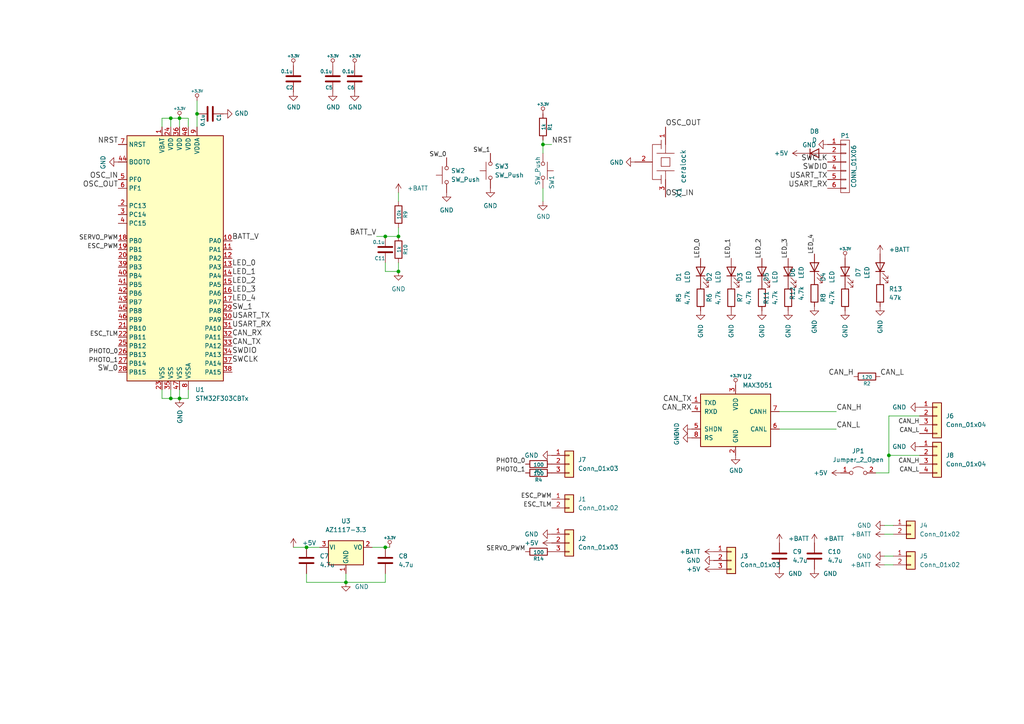
<source format=kicad_sch>
(kicad_sch (version 20211123) (generator eeschema)
  (paper "A4")
  (lib_symbols
    (symbol "Connector_Generic:Conn_01x02" (pin_names (offset 1.016) hide)
      (property "Reference" "J" (at 0 2.54 0))
      (property "Value" "Conn_01x02" (at 0 -5.08 0))
      (symbol "Conn_01x02_1_1"
        (rectangle (start -1.27 -2.413) (end 0 -2.667) (stroke (width 0.1524)))
        (rectangle (start -1.27 0.127) (end 0 -0.127) (stroke (width 0.1524)))
        (rectangle (start -1.27 1.27) (end 1.27 -3.81) (stroke (width 0.254)) (fill (type background)))
        (pin passive line (at -5.08 0 0) (length 3.81) (name "Pin_1") (number "1"))
        (pin passive line (at -5.08 -2.54 0) (length 3.81) (name "Pin_2") (number "2"))
      )
    )
    (symbol "Connector_Generic:Conn_01x03" (pin_names (offset 1.016) hide)
      (property "Reference" "J" (at 0 5.08 0))
      (property "Value" "Conn_01x03" (at 0 -5.08 0))
      (symbol "Conn_01x03_1_1"
        (rectangle (start -1.27 -2.413) (end 0 -2.667) (stroke (width 0.1524)))
        (rectangle (start -1.27 0.127) (end 0 -0.127) (stroke (width 0.1524)))
        (rectangle (start -1.27 2.667) (end 0 2.413) (stroke (width 0.1524)))
        (rectangle (start -1.27 3.81) (end 1.27 -3.81) (stroke (width 0.254)) (fill (type background)))
        (pin passive line (at -5.08 2.54 0) (length 3.81) (name "Pin_1") (number "1"))
        (pin passive line (at -5.08 0 0) (length 3.81) (name "Pin_2") (number "2"))
        (pin passive line (at -5.08 -2.54 0) (length 3.81) (name "Pin_3") (number "3"))
      )
    )
    (symbol "Connector_Generic:Conn_01x04" (pin_names (offset 1.016) hide)
      (property "Reference" "J" (at 0 5.08 0))
      (property "Value" "Conn_01x04" (at 0 -7.62 0))
      (symbol "Conn_01x04_1_1"
        (rectangle (start -1.27 -4.953) (end 0 -5.207) (stroke (width 0.1524)))
        (rectangle (start -1.27 -2.413) (end 0 -2.667) (stroke (width 0.1524)))
        (rectangle (start -1.27 0.127) (end 0 -0.127) (stroke (width 0.1524)))
        (rectangle (start -1.27 2.667) (end 0 2.413) (stroke (width 0.1524)))
        (rectangle (start -1.27 3.81) (end 1.27 -6.35) (stroke (width 0.254)) (fill (type background)))
        (pin passive line (at -5.08 2.54 0) (length 3.81) (name "Pin_1") (number "1"))
        (pin passive line (at -5.08 0 0) (length 3.81) (name "Pin_2") (number "2"))
        (pin passive line (at -5.08 -2.54 0) (length 3.81) (name "Pin_3") (number "3"))
        (pin passive line (at -5.08 -5.08 0) (length 3.81) (name "Pin_4") (number "4"))
      )
    )
    (symbol "Device:C" (pin_numbers hide) (pin_names (offset 0.254))
      (property "Reference" "C" (at 0.635 2.54 0))
      (property "Value" "C" (at 0.635 -2.54 0))
      (symbol "C_0_1"
        (polyline (pts (xy -2.032 -0.762) (xy 2.032 -0.762)) (stroke (width 0.508)))
        (polyline (pts (xy -2.032 0.762) (xy 2.032 0.762)) (stroke (width 0.508)))
      )
      (symbol "C_1_1"
        (pin passive line (at 0 3.81 270) (length 2.794) (name "~") (number "1"))
        (pin passive line (at 0 -3.81 90) (length 2.794) (name "~") (number "2"))
      )
    )
    (symbol "Device:D" (pin_numbers hide) (pin_names (offset 1.016) hide)
      (property "Reference" "D" (at 0 2.54 0))
      (property "Value" "D" (at 0 -2.54 0))
      (symbol "D_0_1"
        (polyline (pts (xy -1.27 1.27) (xy -1.27 -1.27)) (stroke (width 0.254)))
        (polyline (pts (xy 1.27 0) (xy -1.27 0)))
        (polyline (pts (xy 1.27 1.27) (xy 1.27 -1.27) (xy -1.27 0) (xy 1.27 1.27)) (stroke (width 0.254)))
      )
      (symbol "D_1_1"
        (pin passive line (at -3.81 0 0) (length 2.54) (name "K") (number "1"))
        (pin passive line (at 3.81 0 180) (length 2.54) (name "A") (number "2"))
      )
    )
    (symbol "Device:LED" (pin_numbers hide) (pin_names (offset 1.016) hide)
      (property "Reference" "D" (at 0 2.54 0))
      (property "Value" "LED" (at 0 -2.54 0))
      (symbol "LED_0_1"
        (polyline (pts (xy -1.27 -1.27) (xy -1.27 1.27)) (stroke (width 0.254)))
        (polyline (pts (xy -1.27 0) (xy 1.27 0)))
        (polyline (pts (xy 1.27 -1.27) (xy 1.27 1.27) (xy -1.27 0) (xy 1.27 -1.27)) (stroke (width 0.254)))
        (polyline (pts (xy -3.048 -0.762) (xy -4.572 -2.286) (xy -3.81 -2.286) (xy -4.572 -2.286) (xy -4.572 -1.524)))
        (polyline (pts (xy -1.778 -0.762) (xy -3.302 -2.286) (xy -2.54 -2.286) (xy -3.302 -2.286) (xy -3.302 -1.524)))
      )
      (symbol "LED_1_1"
        (pin passive line (at -3.81 0 0) (length 2.54) (name "K") (number "1"))
        (pin passive line (at 3.81 0 180) (length 2.54) (name "A") (number "2"))
      )
    )
    (symbol "Device:R" (pin_numbers hide) (pin_names (offset 0))
      (property "Reference" "R" (at 2.032 0 90))
      (property "Value" "R" (at 0 0 90))
      (symbol "R_0_1"
        (rectangle (start -1.016 -2.54) (end 1.016 2.54) (stroke (width 0.254)))
      )
      (symbol "R_1_1"
        (pin passive line (at 0 3.81 270) (length 1.27) (name "~") (number "1"))
        (pin passive line (at 0 -3.81 90) (length 1.27) (name "~") (number "2"))
      )
    )
    (symbol "Interface_UART:MAX3051" (pin_names (offset 1.016))
      (property "Reference" "U" (at -10.16 8.89 0))
      (property "Value" "MAX3051" (at 2.54 8.89 0))
      (symbol "MAX3051_0_1"
        (rectangle (start -10.16 7.62) (end 10.16 -7.62) (stroke (width 0.254)) (fill (type background)))
      )
      (symbol "MAX3051_1_1"
        (pin input line (at -12.7 5.08 0) (length 2.54) (name "TXD") (number "1"))
        (pin power_in line (at 0 -10.16 90) (length 2.54) (name "GND") (number "2"))
        (pin power_in line (at 0 10.16 270) (length 2.54) (name "VDD") (number "3"))
        (pin output line (at -12.7 2.54 0) (length 2.54) (name "RXD") (number "4"))
        (pin input line (at -12.7 -2.54 0) (length 2.54) (name "SHDN") (number "5"))
        (pin bidirectional line (at 12.7 -2.54 180) (length 2.54) (name "CANL") (number "6"))
        (pin bidirectional line (at 12.7 2.54 180) (length 2.54) (name "CANH") (number "7"))
        (pin input line (at -12.7 -5.08 0) (length 2.54) (name "RS") (number "8"))
      )
    )
    (symbol "Jumper:Jumper_2_Open" (pin_names (offset 0) hide)
      (property "Reference" "JP" (at 0 2.794 0))
      (property "Value" "Jumper_2_Open" (at 0 -2.286 0))
      (symbol "Jumper_2_Open_0_0"
        (circle (center -2.032 0) (radius 0.508))
        (circle (center 2.032 0) (radius 0.508))
      )
      (symbol "Jumper_2_Open_0_1"
        (arc (start 1.524 1.27) (mid 0 1.778) (end -1.524 1.27))
      )
      (symbol "Jumper_2_Open_1_1"
        (pin passive line (at -5.08 0 0) (length 2.54) (name "A") (number "1"))
        (pin passive line (at 5.08 0 180) (length 2.54) (name "B") (number "2"))
      )
    )
    (symbol "MCU_ST_STM32F3:STM32F303CBTx"
      (property "Reference" "U" (at -15.24 36.83 0))
      (property "Value" "STM32F303CBTx" (at 7.62 36.83 0))
      (symbol "STM32F303CBTx_0_1"
        (rectangle (start -15.24 -35.56) (end 12.7 35.56) (stroke (width 0.254)) (fill (type background)))
      )
      (symbol "STM32F303CBTx_1_1"
        (pin power_in line (at -5.08 38.1 270) (length 2.54) (name "VBAT") (number "1"))
        (pin bidirectional line (at 15.24 5.08 180) (length 2.54) (name "PA0") (number "10"))
        (pin bidirectional line (at 15.24 2.54 180) (length 2.54) (name "PA1") (number "11"))
        (pin bidirectional line (at 15.24 0 180) (length 2.54) (name "PA2") (number "12"))
        (pin bidirectional line (at 15.24 -2.54 180) (length 2.54) (name "PA3") (number "13"))
        (pin bidirectional line (at 15.24 -5.08 180) (length 2.54) (name "PA4") (number "14"))
        (pin bidirectional line (at 15.24 -7.62 180) (length 2.54) (name "PA5") (number "15"))
        (pin bidirectional line (at 15.24 -10.16 180) (length 2.54) (name "PA6") (number "16"))
        (pin bidirectional line (at 15.24 -12.7 180) (length 2.54) (name "PA7") (number "17"))
        (pin bidirectional line (at -17.78 5.08 0) (length 2.54) (name "PB0") (number "18"))
        (pin bidirectional line (at -17.78 2.54 0) (length 2.54) (name "PB1") (number "19"))
        (pin bidirectional line (at -17.78 15.24 0) (length 2.54) (name "PC13") (number "2"))
        (pin bidirectional line (at -17.78 0 0) (length 2.54) (name "PB2") (number "20"))
        (pin bidirectional line (at -17.78 -20.32 0) (length 2.54) (name "PB10") (number "21"))
        (pin bidirectional line (at -17.78 -22.86 0) (length 2.54) (name "PB11") (number "22"))
        (pin power_in line (at -5.08 -38.1 90) (length 2.54) (name "VSS") (number "23"))
        (pin power_in line (at -2.54 38.1 270) (length 2.54) (name "VDD") (number "24"))
        (pin bidirectional line (at -17.78 -25.4 0) (length 2.54) (name "PB12") (number "25"))
        (pin bidirectional line (at -17.78 -27.94 0) (length 2.54) (name "PB13") (number "26"))
        (pin bidirectional line (at -17.78 -30.48 0) (length 2.54) (name "PB14") (number "27"))
        (pin bidirectional line (at -17.78 -33.02 0) (length 2.54) (name "PB15") (number "28"))
        (pin bidirectional line (at 15.24 -15.24 180) (length 2.54) (name "PA8") (number "29"))
        (pin bidirectional line (at -17.78 12.7 0) (length 2.54) (name "PC14") (number "3"))
        (pin bidirectional line (at 15.24 -17.78 180) (length 2.54) (name "PA9") (number "30"))
        (pin bidirectional line (at 15.24 -20.32 180) (length 2.54) (name "PA10") (number "31"))
        (pin bidirectional line (at 15.24 -22.86 180) (length 2.54) (name "PA11") (number "32"))
        (pin bidirectional line (at 15.24 -25.4 180) (length 2.54) (name "PA12") (number "33"))
        (pin bidirectional line (at 15.24 -27.94 180) (length 2.54) (name "PA13") (number "34"))
        (pin power_in line (at -2.54 -38.1 90) (length 2.54) (name "VSS") (number "35"))
        (pin power_in line (at 0 38.1 270) (length 2.54) (name "VDD") (number "36"))
        (pin bidirectional line (at 15.24 -30.48 180) (length 2.54) (name "PA14") (number "37"))
        (pin bidirectional line (at 15.24 -33.02 180) (length 2.54) (name "PA15") (number "38"))
        (pin bidirectional line (at -17.78 -2.54 0) (length 2.54) (name "PB3") (number "39"))
        (pin bidirectional line (at -17.78 10.16 0) (length 2.54) (name "PC15") (number "4"))
        (pin bidirectional line (at -17.78 -5.08 0) (length 2.54) (name "PB4") (number "40"))
        (pin bidirectional line (at -17.78 -7.62 0) (length 2.54) (name "PB5") (number "41"))
        (pin bidirectional line (at -17.78 -10.16 0) (length 2.54) (name "PB6") (number "42"))
        (pin bidirectional line (at -17.78 -12.7 0) (length 2.54) (name "PB7") (number "43"))
        (pin input line (at -17.78 27.94 0) (length 2.54) (name "BOOT0") (number "44"))
        (pin bidirectional line (at -17.78 -15.24 0) (length 2.54) (name "PB8") (number "45"))
        (pin bidirectional line (at -17.78 -17.78 0) (length 2.54) (name "PB9") (number "46"))
        (pin power_in line (at 0 -38.1 90) (length 2.54) (name "VSS") (number "47"))
        (pin power_in line (at 2.54 38.1 270) (length 2.54) (name "VDD") (number "48"))
        (pin input line (at -17.78 22.86 0) (length 2.54) (name "PF0") (number "5"))
        (pin input line (at -17.78 20.32 0) (length 2.54) (name "PF1") (number "6"))
        (pin input line (at -17.78 33.02 0) (length 2.54) (name "NRST") (number "7"))
        (pin power_in line (at 2.54 -38.1 90) (length 2.54) (name "VSSA") (number "8"))
        (pin power_in line (at 5.08 38.1 270) (length 2.54) (name "VDDA") (number "9"))
      )
    )
    (symbol "Regulator_Linear:AZ1117-3.3" (pin_names (offset 0.254))
      (property "Reference" "U" (at -3.81 3.175 0))
      (property "Value" "AZ1117-3.3" (at 0 3.175 0))
      (symbol "AZ1117-3.3_0_1"
        (rectangle (start -5.08 1.905) (end 5.08 -5.08) (stroke (width 0.254)) (fill (type background)))
      )
      (symbol "AZ1117-3.3_1_1"
        (pin power_in line (at 0 -7.62 90) (length 2.54) (name "GND") (number "1"))
        (pin power_out line (at 7.62 0 180) (length 2.54) (name "VO") (number "2"))
        (pin power_in line (at -7.62 0 0) (length 2.54) (name "VI") (number "3"))
      )
    )
    (symbol "SSL_BST_ver1.3-rescue:+3.3V" (power) (pin_names (offset 0))
      (property "Value" "+3.3V" (at 0 2.794 0))
      (symbol "+3.3V_0_0"
        (pin power_in line (at 0 0 90) (length 0) hide (name "+3.3V") (number "1"))
      )
      (symbol "+3.3V_0_1"
        (polyline (pts (xy 0 0) (xy 0 1.016) (xy 0 1.016)))
        (circle (center 0 1.524) (radius 0.508))
      )
    )
    (symbol "SSL_BST_ver1.3-rescue:C" (pin_numbers hide) (pin_names (offset 0.254))
      (property "Reference" "C" (at 0.635 2.54 0))
      (property "Value" "C" (at 0.635 -2.54 0))
      (symbol "C_0_1"
        (polyline (pts (xy -2.032 -0.762) (xy 2.032 -0.762)) (stroke (width 0.508)))
        (polyline (pts (xy -2.032 0.762) (xy 2.032 0.762)) (stroke (width 0.508)))
      )
      (symbol "C_1_1"
        (pin passive line (at 0 3.81 270) (length 2.794) (name "~") (number "1"))
        (pin passive line (at 0 -3.81 90) (length 2.794) (name "~") (number "2"))
      )
    )
    (symbol "SSL_BST_ver1.3-rescue:CONN_01X06" (pin_names (offset 1.016) hide)
      (property "Reference" "P" (at 0 8.89 0))
      (property "Value" "CONN_01X06" (at 2.54 0 90))
      (symbol "CONN_01X06_0_1"
        (rectangle (start -1.27 -6.223) (end 0.254 -6.477))
        (rectangle (start -1.27 -3.683) (end 0.254 -3.937))
        (rectangle (start -1.27 -1.143) (end 0.254 -1.397))
        (rectangle (start -1.27 1.397) (end 0.254 1.143))
        (rectangle (start -1.27 3.937) (end 0.254 3.683))
        (rectangle (start -1.27 6.477) (end 0.254 6.223))
        (rectangle (start -1.27 7.62) (end 1.27 -7.62))
      )
      (symbol "CONN_01X06_1_1"
        (pin passive line (at -5.08 6.35 0) (length 3.81) (name "P1") (number "1"))
        (pin passive line (at -5.08 3.81 0) (length 3.81) (name "P2") (number "2"))
        (pin passive line (at -5.08 1.27 0) (length 3.81) (name "P3") (number "3"))
        (pin passive line (at -5.08 -1.27 0) (length 3.81) (name "P4") (number "4"))
        (pin passive line (at -5.08 -3.81 0) (length 3.81) (name "P5") (number "5"))
        (pin passive line (at -5.08 -6.35 0) (length 3.81) (name "P6") (number "6"))
      )
    )
    (symbol "SSL_BST_ver1.3-rescue:R" (pin_numbers hide) (pin_names (offset 0))
      (property "Reference" "R" (at 2.032 0 90))
      (property "Value" "R" (at 0 0 90))
      (symbol "R_0_1"
        (rectangle (start -1.016 -2.54) (end 1.016 2.54) (stroke (width 0.254)))
      )
      (symbol "R_1_1"
        (pin passive line (at 0 3.81 270) (length 1.27) (name "~") (number "1"))
        (pin passive line (at 0 -3.81 90) (length 1.27) (name "~") (number "2"))
      )
    )
    (symbol "SSL_BST_ver1.3-rescue:SW_Push" (pin_numbers hide) (pin_names (offset 1.016) hide)
      (property "Reference" "SW" (at 1.27 2.54 0))
      (property "Value" "SW_Push" (at 0 -1.524 0))
      (symbol "SW_Push_0_1"
        (circle (center -2.032 0) (radius 0.508))
        (polyline (pts (xy 0 1.27) (xy 0 3.048)))
        (polyline (pts (xy 2.54 1.27) (xy -2.54 1.27)))
        (circle (center 2.032 0) (radius 0.508))
        (pin passive line (at -5.08 0 0) (length 2.54) (name "1") (number "1"))
        (pin passive line (at 5.08 0 180) (length 2.54) (name "2") (number "2"))
      )
    )
    (symbol "SSL_BST_ver1.3-rescue:ceralock" (pin_names (offset 1.016))
      (property "Reference" "X" (at 8.89 3.81 0))
      (property "Value" "ceralock" (at 1.27 5.08 0))
      (symbol "ceralock_0_1"
        (rectangle (start -1.27 1.27) (end 1.27 -1.27))
        (polyline (pts (xy -6.35 -1.27) (xy -3.81 -1.27)))
        (polyline (pts (xy -5.08 0) (xy -2.54 0)))
        (polyline (pts (xy -2.54 2.54) (xy -2.54 -2.54)))
        (polyline (pts (xy 2.54 2.54) (xy 2.54 -2.54)))
        (polyline (pts (xy 3.81 -1.27) (xy 6.35 -1.27)))
        (polyline (pts (xy 5.08 0) (xy 2.54 0)))
        (polyline (pts (xy -5.08 -1.27) (xy -5.08 -3.81) (xy 5.08 -3.81) (xy 5.08 -1.27)))
      )
      (symbol "ceralock_1_1"
        (pin input line (at -10.16 0 0) (length 5.08) (name "~") (number "1"))
        (pin input line (at 0 -8.89 90) (length 5.08) (name "~") (number "2"))
        (pin input line (at 10.16 0 180) (length 5.08) (name "~") (number "3"))
      )
    )
    (symbol "SSL_BST_ver1.3_rev2-rescue:GND-power" (power) (pin_names (offset 0))
      (property "Value" "GND-power" (at 0 -3.81 0))
      (symbol "GND-power_0_1"
        (polyline (pts (xy 0 0) (xy 0 -1.27) (xy 1.27 -1.27) (xy 0 -2.54) (xy -1.27 -1.27) (xy 0 -1.27)))
      )
      (symbol "GND-power_1_1"
        (pin power_in line (at 0 0 270) (length 0) hide (name "GND") (number "1"))
      )
    )
    (symbol "Switch:SW_Push" (pin_numbers hide) (pin_names (offset 1.016) hide)
      (property "Reference" "SW" (at 1.27 2.54 0))
      (property "Value" "SW_Push" (at 0 -1.524 0))
      (symbol "SW_Push_0_1"
        (circle (center -2.032 0) (radius 0.508))
        (polyline (pts (xy 0 1.27) (xy 0 3.048)))
        (polyline (pts (xy 2.54 1.27) (xy -2.54 1.27)))
        (circle (center 2.032 0) (radius 0.508))
        (pin passive line (at -5.08 0 0) (length 2.54) (name "1") (number "1"))
        (pin passive line (at 5.08 0 180) (length 2.54) (name "2") (number "2"))
      )
    )
    (symbol "power:+5V" (power) (pin_names (offset 0))
      (property "Value" "+5V" (at 0 3.556 0))
      (symbol "+5V_0_1"
        (polyline (pts (xy -0.762 1.27) (xy 0 2.54)))
        (polyline (pts (xy 0 0) (xy 0 2.54)))
        (polyline (pts (xy 0 2.54) (xy 0.762 1.27)))
      )
      (symbol "+5V_1_1"
        (pin power_in line (at 0 0 90) (length 0) hide (name "+5V") (number "1"))
      )
    )
    (symbol "power:+BATT" (power) (pin_names (offset 0))
      (property "Value" "+BATT" (at 0 3.556 0))
      (symbol "+BATT_0_1"
        (polyline (pts (xy -0.762 1.27) (xy 0 2.54)))
        (polyline (pts (xy 0 0) (xy 0 2.54)))
        (polyline (pts (xy 0 2.54) (xy 0.762 1.27)))
      )
      (symbol "+BATT_1_1"
        (pin power_in line (at 0 0 90) (length 0) hide (name "+BATT") (number "1"))
      )
    )
    (symbol "power:GND" (power) (pin_names (offset 0))
      (property "Value" "GND" (at 0 -3.81 0))
      (symbol "GND_0_1"
        (polyline (pts (xy 0 0) (xy 0 -1.27) (xy 1.27 -1.27) (xy 0 -2.54) (xy -1.27 -1.27) (xy 0 -1.27)))
      )
      (symbol "GND_1_1"
        (pin power_in line (at 0 0 270) (length 0) hide (name "GND") (number "1"))
      )
    )
  )
  (junction (at 88.9 158.75))
  (junction (at 257.81 132.08))
  (junction (at 52.07 115.57))
  (junction (at 100.33 168.91))
  (junction (at 52.07 34.29))
  (junction (at 115.57 78.74))
  (junction (at 111.76 158.75))
  (junction (at 115.57 68.58))
  (junction (at 49.53 115.57))
  (junction (at 49.53 34.29))
  (junction (at 57.15 33.02))
  (junction (at 157.48 41.91))
  (junction (at 111.76 68.58))
  (wire (pts (xy 52.07 115.57) (xy 54.61 115.57)))
  (wire (pts (xy 54.61 36.83) (xy 54.61 34.29)))
  (wire (pts (xy 111.76 168.91) (xy 111.76 166.37)))
  (wire (pts (xy 111.76 76.2) (xy 111.76 78.74)))
  (wire (pts (xy 266.7 120.65) (xy 257.81 120.65)))
  (wire (pts (xy 88.9 168.91) (xy 100.33 168.91)))
  (wire (pts (xy 49.53 34.29) (xy 46.99 34.29)))
  (wire (pts (xy 49.53 34.29) (xy 49.53 36.83)))
  (wire (pts (xy 256.54 154.94) (xy 259.08 154.94)))
  (wire (pts (xy 54.61 115.57) (xy 54.61 113.03)))
  (wire (pts (xy 257.81 120.65) (xy 257.81 132.08)))
  (wire (pts (xy 115.57 66.04) (xy 115.57 68.58)))
  (wire (pts (xy 54.61 34.29) (xy 52.07 34.29)))
  (wire (pts (xy 107.95 158.75) (xy 111.76 158.75)))
  (wire (pts (xy 111.76 158.75) (xy 113.03 158.75)))
  (wire (pts (xy 100.33 166.37) (xy 100.33 168.91)))
  (wire (pts (xy 85.09 158.75) (xy 88.9 158.75)))
  (wire (pts (xy 157.48 54.61) (xy 157.48 58.42)))
  (wire (pts (xy 49.53 113.03) (xy 49.53 115.57)))
  (wire (pts (xy 46.99 34.29) (xy 46.99 36.83)))
  (wire (pts (xy 52.07 34.29) (xy 52.07 36.83)))
  (wire (pts (xy 49.53 115.57) (xy 52.07 115.57)))
  (wire (pts (xy 256.54 161.29) (xy 259.08 161.29)))
  (wire (pts (xy 256.54 152.4) (xy 259.08 152.4)))
  (wire (pts (xy 257.81 137.16) (xy 257.81 132.08)))
  (wire (pts (xy 115.57 55.88) (xy 115.57 58.42)))
  (wire (pts (xy 157.48 41.91) (xy 160.02 41.91)))
  (wire (pts (xy 57.15 33.02) (xy 57.15 36.83)))
  (wire (pts (xy 111.76 68.58) (xy 115.57 68.58)))
  (wire (pts (xy 57.15 29.21) (xy 57.15 33.02)))
  (wire (pts (xy 111.76 78.74) (xy 115.57 78.74)))
  (wire (pts (xy 157.48 41.91) (xy 157.48 44.45)))
  (wire (pts (xy 52.07 34.29) (xy 49.53 34.29)))
  (wire (pts (xy 88.9 166.37) (xy 88.9 168.91)))
  (wire (pts (xy 226.06 119.38) (xy 242.57 119.38)))
  (wire (pts (xy 46.99 115.57) (xy 49.53 115.57)))
  (wire (pts (xy 100.33 168.91) (xy 111.76 168.91)))
  (wire (pts (xy 226.06 124.46) (xy 242.57 124.46)))
  (wire (pts (xy 115.57 78.74) (xy 115.57 76.2)))
  (wire (pts (xy 46.99 113.03) (xy 46.99 115.57)))
  (wire (pts (xy 109.22 68.58) (xy 111.76 68.58)))
  (wire (pts (xy 88.9 158.75) (xy 92.71 158.75)))
  (wire (pts (xy 256.54 163.83) (xy 259.08 163.83)))
  (wire (pts (xy 254 137.16) (xy 257.81 137.16)))
  (wire (pts (xy 157.48 40.64) (xy 157.48 41.91)))
  (wire (pts (xy 257.81 132.08) (xy 266.7 132.08)))
  (wire (pts (xy 52.07 113.03) (xy 52.07 115.57)))
  (label "SW_0" (at 129.54 45.72 180))
  (label "OSC_OUT" (at 34.29 54.61 180) (effects (font (size 1.524 1.524))))
  (label "SERVO_PWM" (at 152.4 160.02 180))
  (label "NRST" (at 160.02 41.91 0) (effects (font (size 1.524 1.524))))
  (label "NRST" (at 34.29 41.91 180) (effects (font (size 1.524 1.524))))
  (label "CAN_TX" (at 200.66 116.84 180) (effects (font (size 1.524 1.524))))
  (label "OSC_IN" (at 193.04 57.15 0) (effects (font (size 1.524 1.524))))
  (label "USART_TX" (at 67.31 92.71 0) (effects (font (size 1.524 1.524))))
  (label "PHOTO_0" (at 152.4 134.62 180))
  (label "LED_2" (at 220.98 74.93 90))
  (label "SWDIO" (at 67.31 102.87 0) (effects (font (size 1.524 1.524))))
  (label "CAN_L" (at 255.27 109.22 0) (effects (font (size 1.524 1.524))))
  (label "SWCLK" (at 67.31 105.41 0) (effects (font (size 1.524 1.524))))
  (label "BATT_V" (at 67.31 69.85 0) (effects (font (size 1.524 1.524))))
  (label "CAN_L" (at 242.57 124.46 0) (effects (font (size 1.524 1.524))))
  (label "PHOTO_1" (at 152.4 137.16 180))
  (label "SERVO_PWM" (at 34.29 69.85 180))
  (label "PHOTO_0" (at 34.29 102.87 180))
  (label "CAN_H" (at 266.7 123.19 180))
  (label "LED_1" (at 212.09 74.93 90))
  (label "CAN_RX" (at 200.66 119.38 180) (effects (font (size 1.524 1.524))))
  (label "ESC_TLM" (at 34.29 97.79 180))
  (label "SWCLK" (at 240.03 46.99 180) (effects (font (size 1.524 1.524))))
  (label "SW_0" (at 34.29 107.95 180) (effects (font (size 1.524 1.524))))
  (label "LED_3" (at 67.31 85.09 0) (effects (font (size 1.524 1.524))))
  (label "USART_RX" (at 67.31 95.25 0) (effects (font (size 1.524 1.524))))
  (label "CAN_RX" (at 67.31 97.79 0) (effects (font (size 1.524 1.524))))
  (label "LED_1" (at 67.31 80.01 0) (effects (font (size 1.524 1.524))))
  (label "USART_TX" (at 240.03 52.07 180) (effects (font (size 1.524 1.524))))
  (label "USART_RX" (at 240.03 54.61 180) (effects (font (size 1.524 1.524))))
  (label "BATT_V" (at 109.22 68.58 180) (effects (font (size 1.524 1.524))))
  (label "PHOTO_1" (at 34.29 105.41 180))
  (label "CAN_H" (at 247.65 109.22 180) (effects (font (size 1.524 1.524))))
  (label "CAN_L" (at 266.7 137.16 180))
  (label "CAN_L" (at 266.7 125.73 180))
  (label "OSC_OUT" (at 193.04 36.83 0) (effects (font (size 1.524 1.524))))
  (label "LED_0" (at 203.2 74.93 90))
  (label "LED_4" (at 67.31 87.63 0) (effects (font (size 1.524 1.524))))
  (label "LED_4" (at 236.22 73.66 90))
  (label "CAN_H" (at 266.7 134.62 180))
  (label "CAN_TX" (at 67.31 100.33 0) (effects (font (size 1.524 1.524))))
  (label "SW_1" (at 67.31 90.17 0) (effects (font (size 1.524 1.524))))
  (label "LED_3" (at 228.6 74.93 90))
  (label "LED_0" (at 67.31 77.47 0) (effects (font (size 1.524 1.524))))
  (label "ESC_TLM" (at 160.02 147.32 180))
  (label "SWDIO" (at 240.03 49.53 180) (effects (font (size 1.524 1.524))))
  (label "OSC_IN" (at 34.29 52.07 180) (effects (font (size 1.524 1.524))))
  (label "ESC_PWM" (at 34.29 72.39 180))
  (label "LED_2" (at 67.31 82.55 0) (effects (font (size 1.524 1.524))))
  (label "ESC_PWM" (at 160.02 144.78 180))
  (label "SW_1" (at 142.24 44.45 180))
  (label "CAN_H" (at 242.57 119.38 0) (effects (font (size 1.524 1.524))))
  (symbol (lib_id "power:+BATT") (at 226.06 157.48 0) (unit 1)
    (property "Reference" "#PWR044" (effects hide))
    (property "Value" "+BATT" (at 228.6 156.2099 0) (effects (justify left)))
  )
  (symbol (lib_id "power:GND") (at 142.24 54.61 0) (unit 1)
    (property "Reference" "#PWR038" (effects hide))
    (property "Value" "GND" (at 142.24 59.69 0))
  )
  (symbol (lib_id "SSL_BST_ver1.3-rescue:ceralock") (at 193.04 46.99 270) (unit 1)
    (property "Reference" "X1" (at 196.85 55.88 0) (effects (font (size 1.524 1.524))))
    (property "Value" "ceralock" (at 198.12 48.26 0) (effects (font (size 1.524 1.524))))
    (property "Footprint" "Crystal:Resonator_SMD_Murata_CSTxExxV-3Pin_3.0x1.1mm" (effects hide))
  )
  (symbol (lib_id "SSL_BST_ver1.3_rev2-rescue:GND-power") (at 85.09 26.67 0) (unit 1)
    (property "Reference" "#PWR014" (effects hide))
    (property "Value" "GND" (at 85.217 31.0642 0))
  )
  (symbol (lib_id "power:GND") (at 207.01 162.56 270) (unit 1)
    (property "Reference" "#PWR011" (effects hide))
    (property "Value" "GND" (at 203.2 162.5599 90) (effects (justify right)))
  )
  (symbol (lib_id "Device:R") (at 212.09 86.36 180) (unit 1)
    (property "Reference" "R6" (at 205.74 86.36 90))
    (property "Value" "4.7k" (at 208.28 86.36 90))
    (property "Footprint" "Resistor_SMD:R_0603_1608Metric" (effects hide))
  )
  (symbol (lib_id "Device:R") (at 245.11 86.36 180) (unit 1)
    (property "Reference" "R8" (at 238.76 86.36 90))
    (property "Value" "4.7k" (at 241.3 86.36 90))
    (property "Footprint" "Resistor_SMD:R_0603_1608Metric" (effects hide))
  )
  (symbol (lib_id "SSL_BST_ver1.3-rescue:+3.3V") (at 52.07 34.29 0) (unit 1)
    (property "Reference" "#PWR02" (effects hide))
    (property "Value" "+3.3V" (at 52.07 31.496 0) (effects (font (size 0.762 0.762))))
  )
  (symbol (lib_id "power:GND") (at 160.02 132.08 270) (unit 1)
    (property "Reference" "#PWR033" (effects hide))
    (property "Value" "GND" (at 156.21 132.0799 90) (effects (justify right)))
  )
  (symbol (lib_id "power:GND") (at 212.09 90.17 0) (unit 1)
    (property "Reference" "#PWR040" (effects hide))
    (property "Value" "GND" (at 212.0899 93.98 90) (effects (justify right)))
  )
  (symbol (lib_id "SSL_BST_ver1.3-rescue:CONN_01X06") (at 245.11 48.26 0) (unit 1)
    (property "Reference" "P1" (at 245.11 39.37 0))
    (property "Value" "CONN_01X06" (at 247.65 48.26 90))
    (property "Footprint" "user:ZH_B6B-ZR" (effects hide))
  )
  (symbol (lib_id "SSL_BST_ver1.3-rescue:+3.3V") (at 245.11 74.93 0) (unit 1)
    (property "Reference" "#PWR0101" (effects hide))
    (property "Value" "+3.3V" (at 245.11 72.136 0) (effects (font (size 0.762 0.762))))
  )
  (symbol (lib_id "SSL_BST_ver1.3-rescue:R") (at 157.48 36.83 0) (unit 1)
    (property "Reference" "R1" (at 159.512 36.83 90) (effects (font (size 1.016 1.016))))
    (property "Value" "1k" (at 157.6578 36.8046 90) (effects (font (size 1.016 1.016))))
    (property "Footprint" "Resistor_SMD:R_0603_1608Metric" (effects hide))
  )
  (symbol (lib_id "SSL_BST_ver1.3-rescue:C") (at 60.96 33.02 270) (unit 1)
    (property "Reference" "C1" (at 63.5 33.02 0) (effects (font (size 1.016 1.016)) (justify left)))
    (property "Value" "0.1u" (at 58.801 33.1724 0) (effects (font (size 1.016 1.016)) (justify left)))
    (property "Footprint" "Capacitor_SMD:C_0603_1608Metric" (effects hide))
  )
  (symbol (lib_id "power:GND") (at 226.06 165.1 0) (unit 1)
    (property "Reference" "#PWR045" (effects hide))
    (property "Value" "GND" (at 228.6 166.3699 0) (effects (justify left)))
  )
  (symbol (lib_id "Switch:SW_Push") (at 142.24 49.53 90) (unit 1)
    (property "Reference" "SW3" (at 143.51 48.2599 90) (effects (justify right)))
    (property "Value" "SW_Push" (at 143.51 50.7999 90) (effects (justify right)))
    (property "Footprint" "Button_Switch_SMD:SW_Push_1P1T_NO_CK_KMR2" (effects hide))
  )
  (symbol (lib_id "Jumper:Jumper_2_Open") (at 248.92 137.16 0) (unit 1)
    (property "Reference" "JP1" (at 248.92 130.81 0))
    (property "Value" "Jumper_2_Open" (at 248.92 133.35 0))
    (property "Footprint" "Jumper:SolderJumper-2_P1.3mm_Open_RoundedPad1.0x1.5mm" (effects hide))
  )
  (symbol (lib_id "power:GND") (at 236.22 165.1 0) (unit 1)
    (property "Reference" "#PWR047" (effects hide))
    (property "Value" "GND" (at 238.76 166.3699 0) (effects (justify left)))
  )
  (symbol (lib_id "SSL_BST_ver1.3_rev2-rescue:GND-power") (at 52.07 115.57 0) (unit 1)
    (property "Reference" "#PWR03" (effects hide))
    (property "Value" "GND" (at 52.197 118.8212 90) (effects (justify right)))
  )
  (symbol (lib_id "power:+BATT") (at 256.54 154.94 90) (unit 1)
    (property "Reference" "#PWR029" (effects hide))
    (property "Value" "+BATT" (at 252.73 154.9399 90) (effects (justify left)))
  )
  (symbol (lib_id "SSL_BST_ver1.3-rescue:+3.3V") (at 102.87 19.05 0) (unit 1)
    (property "Reference" "#PWR022" (effects hide))
    (property "Value" "+3.3V" (at 102.87 16.256 0) (effects (font (size 0.762 0.762))))
  )
  (symbol (lib_id "SSL_BST_ver1.3-rescue:+3.3V") (at 57.15 29.21 0) (unit 1)
    (property "Reference" "#PWR04" (effects hide))
    (property "Value" "+3.3V" (at 57.15 26.416 0) (effects (font (size 0.762 0.762))))
  )
  (symbol (lib_id "power:+BATT") (at 115.57 55.88 0) (unit 1)
    (property "Reference" "#PWR052" (effects hide))
    (property "Value" "+BATT" (at 118.11 54.6099 0) (effects (justify left)))
  )
  (symbol (lib_id "Device:LED") (at 203.2 78.74 90) (unit 1)
    (property "Reference" "D1" (at 196.85 80.3275 0))
    (property "Value" "LED" (at 199.39 80.3275 0))
    (property "Footprint" "LED_SMD:LED_0603_1608Metric" (effects hide))
  )
  (symbol (lib_id "power:GND") (at 255.27 88.9 0) (unit 1)
    (property "Reference" "#PWR057" (effects hide))
    (property "Value" "GND" (at 255.2699 92.71 90) (effects (justify right)))
  )
  (symbol (lib_id "Connector_Generic:Conn_01x03") (at 212.09 162.56 0) (unit 1)
    (property "Reference" "J3" (at 214.63 161.2899 0) (effects (justify left)))
    (property "Value" "Conn_01x03" (at 214.63 163.8299 0) (effects (justify left)))
    (property "Footprint" "Connector_PinHeader_2.54mm:PinHeader_1x03_P2.54mm_Horizontal" (effects hide))
  )
  (symbol (lib_id "SSL_BST_ver1.3-rescue:+3.3V") (at 157.48 33.02 0) (unit 1)
    (property "Reference" "#PWR06" (effects hide))
    (property "Value" "+3.3V" (at 157.48 30.226 0) (effects (font (size 0.762 0.762))))
  )
  (symbol (lib_id "SSL_BST_ver1.3_rev2-rescue:GND-power") (at 157.48 58.42 0) (unit 1)
    (property "Reference" "#PWR07" (effects hide))
    (property "Value" "GND" (at 157.607 62.8142 0))
  )
  (symbol (lib_id "SSL_BST_ver1.3-rescue:C") (at 85.09 22.86 180) (unit 1)
    (property "Reference" "C2" (at 85.09 25.4 0) (effects (font (size 1.016 1.016)) (justify left)))
    (property "Value" "0.1u" (at 84.9376 20.701 0) (effects (font (size 1.016 1.016)) (justify left)))
    (property "Footprint" "Capacitor_SMD:C_0603_1608Metric" (effects hide))
  )
  (symbol (lib_id "power:GND") (at 266.7 129.54 270) (unit 1)
    (property "Reference" "#PWR050" (effects hide))
    (property "Value" "GND" (at 262.89 129.5399 90) (effects (justify right)))
  )
  (symbol (lib_id "Connector_Generic:Conn_01x03") (at 165.1 157.48 0) (unit 1)
    (property "Reference" "J2" (at 167.64 156.2099 0) (effects (justify left)))
    (property "Value" "Conn_01x03" (at 167.64 158.7499 0) (effects (justify left)))
    (property "Footprint" "Connector_JST:JST_PH_B3B-PH-K_1x03_P2.00mm_Vertical" (effects hide))
  )
  (symbol (lib_id "SSL_BST_ver1.3_rev2-rescue:GND-power") (at 64.77 33.02 90) (unit 1)
    (property "Reference" "#PWR05" (effects hide))
    (property "Value" "GND" (at 68.0212 32.893 90) (effects (justify right)))
  )
  (symbol (lib_id "power:GND") (at 129.54 55.88 0) (unit 1)
    (property "Reference" "#PWR037" (effects hide))
    (property "Value" "GND" (at 129.54 60.96 0))
  )
  (symbol (lib_id "Device:C") (at 226.06 161.29 0) (unit 1)
    (property "Reference" "C9" (at 229.87 160.0199 0) (effects (justify left)))
    (property "Value" "4.7u" (at 229.87 162.5599 0) (effects (justify left)))
    (property "Footprint" "Capacitor_SMD:C_1206_3216Metric" (effects hide))
  )
  (symbol (lib_id "Device:C") (at 111.76 162.56 0) (unit 1)
    (property "Reference" "C8" (at 115.57 161.2899 0) (effects (justify left)))
    (property "Value" "4.7u" (at 115.57 163.8299 0) (effects (justify left)))
    (property "Footprint" "Capacitor_SMD:C_1206_3216Metric" (effects hide))
  )
  (symbol (lib_id "Connector_Generic:Conn_01x02") (at 264.16 161.29 0) (unit 1)
    (property "Reference" "J5" (at 266.7 161.2899 0) (effects (justify left)))
    (property "Value" "Conn_01x02" (at 266.7 163.8299 0) (effects (justify left)))
    (property "Footprint" "Connector_AMASS:AMASS_XT30PW-F_1x02_P2.50mm_Horizontal" (effects hide))
  )
  (symbol (lib_id "power:GND") (at 236.22 88.9 0) (unit 1)
    (property "Reference" "#PWR055" (effects hide))
    (property "Value" "GND" (at 236.2199 92.71 90) (effects (justify right)))
  )
  (symbol (lib_id "Connector_Generic:Conn_01x03") (at 165.1 134.62 0) (unit 1)
    (property "Reference" "J7" (at 167.64 133.3499 0) (effects (justify left)))
    (property "Value" "Conn_01x03" (at 167.64 135.8899 0) (effects (justify left)))
    (property "Footprint" "Connector_Hirose:Hirose_DF13-03P-1.25DSA_1x03_P1.25mm_Vertical" (effects hide))
  )
  (symbol (lib_id "Connector_Generic:Conn_01x02") (at 264.16 152.4 0) (unit 1)
    (property "Reference" "J4" (at 266.7 152.3999 0) (effects (justify left)))
    (property "Value" "Conn_01x02" (at 266.7 154.9399 0) (effects (justify left)))
    (property "Footprint" "Connector_AMASS:AMASS_XT30PW-M_1x02_P2.50mm_Horizontal" (effects hide))
  )
  (symbol (lib_id "Device:LED") (at 220.98 78.74 90) (unit 1)
    (property "Reference" "D3" (at 214.63 80.3275 0))
    (property "Value" "LED" (at 217.17 80.3275 0))
    (property "Footprint" "LED_SMD:LED_0603_1608Metric" (effects hide))
  )
  (symbol (lib_id "Device:C") (at 88.9 162.56 0) (unit 1)
    (property "Reference" "C7" (at 92.71 161.2899 0) (effects (justify left)))
    (property "Value" "4.7u" (at 92.71 163.8299 0) (effects (justify left)))
    (property "Footprint" "Capacitor_SMD:C_1206_3216Metric" (effects hide))
  )
  (symbol (lib_id "MCU_ST_STM32F3:STM32F303CBTx") (at 52.07 74.93 0) (unit 1)
    (property "Reference" "U1" (at 56.6294 113.03 0) (effects (justify left)))
    (property "Value" "STM32F303CBTx" (at 56.6294 115.57 0) (effects (justify left)))
    (property "Footprint" "Package_QFP:LQFP-48_7x7mm_P0.5mm" (effects hide))
    (property "Datasheet" "http://www.st.com/st-web-ui/static/active/en/resource/technical/document/datasheet/DM00058181.pdf" (effects hide))
  )
  (symbol (lib_id "Device:LED") (at 245.11 78.74 90) (unit 1)
    (property "Reference" "D4" (at 238.76 80.3275 0))
    (property "Value" "LED" (at 241.3 80.3275 0))
    (property "Footprint" "LED_SMD:LED_0603_1608Metric" (effects hide))
  )
  (symbol (lib_id "SSL_BST_ver1.3_rev2-rescue:GND-power") (at 34.29 46.99 270) (unit 1)
    (property "Reference" "#PWR01" (effects hide))
    (property "Value" "GND" (at 29.8958 47.117 0))
  )
  (symbol (lib_id "SSL_BST_ver1.3-rescue:R") (at 251.46 109.22 270) (unit 1)
    (property "Reference" "R2" (at 251.46 111.252 90) (effects (font (size 1.016 1.016))))
    (property "Value" "120" (at 251.4854 109.3978 90) (effects (font (size 1.016 1.016))))
    (property "Footprint" "Resistor_SMD:R_0603_1608Metric" (effects hide))
  )
  (symbol (lib_id "power:GND") (at 100.33 168.91 0) (unit 1)
    (property "Reference" "#PWR035" (effects hide))
    (property "Value" "GND" (at 102.87 170.1799 0) (effects (justify left)))
  )
  (symbol (lib_id "power:+5V") (at 85.09 158.75 0) (unit 1)
    (property "Reference" "#PWR034" (effects hide))
    (property "Value" "+5V" (at 87.63 157.4799 0) (effects (justify left)))
  )
  (symbol (lib_id "SSL_BST_ver1.3_rev2-rescue:GND-power") (at 200.66 127 270) (unit 1)
    (property "Reference" "#PWR025" (effects hide))
    (property "Value" "GND" (at 196.2658 127.127 0))
  )
  (symbol (lib_id "Device:R") (at 255.27 85.09 180) (unit 1)
    (property "Reference" "R13" (at 257.81 83.8199 0) (effects (justify right)))
    (property "Value" "47k" (at 257.81 86.3599 0) (effects (justify right)))
    (property "Footprint" "Resistor_SMD:R_0603_1608Metric" (effects hide))
  )
  (symbol (lib_id "power:+BATT") (at 236.22 157.48 0) (unit 1)
    (property "Reference" "#PWR046" (effects hide))
    (property "Value" "+BATT" (at 238.76 156.2099 0) (effects (justify left)))
  )
  (symbol (lib_id "SSL_BST_ver1.3_rev2-rescue:GND-power") (at 200.66 124.46 270) (unit 1)
    (property "Reference" "#PWR024" (effects hide))
    (property "Value" "GND" (at 196.2658 124.587 0))
  )
  (symbol (lib_id "SSL_BST_ver1.3-rescue:R") (at 156.21 134.62 270) (unit 1)
    (property "Reference" "R3" (at 156.21 136.652 90) (effects (font (size 1.016 1.016))))
    (property "Value" "100" (at 156.2354 134.7978 90) (effects (font (size 1.016 1.016))))
    (property "Footprint" "Resistor_SMD:R_0603_1608Metric" (effects hide))
  )
  (symbol (lib_id "Connector_Generic:Conn_01x04") (at 271.78 120.65 0) (unit 1)
    (property "Reference" "J6" (at 274.32 120.6499 0) (effects (justify left)))
    (property "Value" "Conn_01x04" (at 274.32 123.1899 0) (effects (justify left)))
    (property "Footprint" "Connector_Hirose:Hirose_DF13-04P-1.25DSA_1x04_P1.25mm_Vertical" (effects hide))
  )
  (symbol (lib_id "power:+5V") (at 243.84 137.16 90) (unit 1)
    (property "Reference" "#PWR032" (effects hide))
    (property "Value" "+5V" (at 240.03 137.1599 90) (effects (justify left)))
  )
  (symbol (lib_id "SSL_BST_ver1.3-rescue:+3.3V") (at 96.52 19.05 0) (unit 1)
    (property "Reference" "#PWR019" (effects hide))
    (property "Value" "+3.3V" (at 96.52 16.256 0) (effects (font (size 0.762 0.762))))
  )
  (symbol (lib_id "power:GND") (at 228.6 90.17 0) (unit 1)
    (property "Reference" "#PWR054" (effects hide))
    (property "Value" "GND" (at 228.5999 93.98 90) (effects (justify right)))
  )
  (symbol (lib_id "power:+5V") (at 232.41 44.45 90) (unit 1)
    (property "Reference" "#PWR015" (effects hide))
    (property "Value" "+5V" (at 228.6 44.4499 90) (effects (justify left)))
  )
  (symbol (lib_id "SSL_BST_ver1.3-rescue:R") (at 156.21 160.02 270) (unit 1)
    (property "Reference" "R14" (at 156.21 162.052 90) (effects (font (size 1.016 1.016))))
    (property "Value" "100" (at 156.2354 160.1978 90) (effects (font (size 1.016 1.016))))
    (property "Footprint" "Resistor_SMD:R_0603_1608Metric" (effects hide))
  )
  (symbol (lib_id "Interface_UART:MAX3051") (at 213.36 121.92 0) (unit 1)
    (property "Reference" "U2" (at 215.3794 109.22 0) (effects (justify left)))
    (property "Value" "MAX3051" (at 215.3794 111.76 0) (effects (justify left)))
    (property "Footprint" "Package_SO:SO-8_3.9x4.9mm_P1.27mm" (effects hide))
    (property "Datasheet" "http://datasheets.maximintegrated.com/en/ds/MAX3051.pdf" (effects hide))
  )
  (symbol (lib_id "SSL_BST_ver1.3_rev2-rescue:GND-power") (at 102.87 26.67 0) (unit 1)
    (property "Reference" "#PWR023" (effects hide))
    (property "Value" "GND" (at 102.997 31.0642 0))
  )
  (symbol (lib_id "Device:R") (at 203.2 86.36 180) (unit 1)
    (property "Reference" "R5" (at 196.85 86.36 90))
    (property "Value" "4.7k" (at 199.39 86.36 90))
    (property "Footprint" "Resistor_SMD:R_0603_1608Metric" (effects hide))
  )
  (symbol (lib_id "Regulator_Linear:AZ1117-3.3") (at 100.33 158.75 0) (unit 1)
    (property "Reference" "U3" (at 100.33 151.13 0))
    (property "Value" "AZ1117-3.3" (at 100.33 153.67 0))
    (property "Footprint" "Package_TO_SOT_SMD:SOT-23" (effects hide))
    (property "Datasheet" "https://www.diodes.com/assets/Datasheets/AZ1117.pdf" (effects hide))
  )
  (symbol (lib_id "SSL_BST_ver1.3-rescue:+3.3V") (at 85.09 19.05 0) (unit 1)
    (property "Reference" "#PWR013" (effects hide))
    (property "Value" "+3.3V" (at 85.09 16.256 0) (effects (font (size 0.762 0.762))))
  )
  (symbol (lib_id "SSL_BST_ver1.3-rescue:R") (at 115.57 72.39 0) (unit 1)
    (property "Reference" "R10" (at 117.602 72.39 90) (effects (font (size 1.016 1.016))))
    (property "Value" "1k" (at 115.7478 72.3646 90) (effects (font (size 1.016 1.016))))
    (property "Footprint" "Resistor_SMD:R_0603_1608Metric" (effects hide))
  )
  (symbol (lib_id "SSL_BST_ver1.3-rescue:C") (at 96.52 22.86 180) (unit 1)
    (property "Reference" "C5" (at 96.52 25.4 0) (effects (font (size 1.016 1.016)) (justify left)))
    (property "Value" "0.1u" (at 96.3676 20.701 0) (effects (font (size 1.016 1.016)) (justify left)))
    (property "Footprint" "Capacitor_SMD:C_0603_1608Metric" (effects hide))
  )
  (symbol (lib_id "power:GND") (at 220.98 90.17 0) (unit 1)
    (property "Reference" "#PWR041" (effects hide))
    (property "Value" "GND" (at 220.9799 93.98 90) (effects (justify right)))
  )
  (symbol (lib_id "power:GND") (at 203.2 90.17 0) (unit 1)
    (property "Reference" "#PWR039" (effects hide))
    (property "Value" "GND" (at 203.1999 93.98 90) (effects (justify right)))
  )
  (symbol (lib_id "SSL_BST_ver1.3_rev2-rescue:GND-power") (at 240.03 41.91 270) (unit 1)
    (property "Reference" "#PWR030" (effects hide))
    (property "Value" "GND" (at 236.7788 42.037 90) (effects (justify right)))
  )
  (symbol (lib_id "power:GND") (at 245.11 90.17 0) (unit 1)
    (property "Reference" "#PWR043" (effects hide))
    (property "Value" "GND" (at 245.1099 93.98 90) (effects (justify right)))
  )
  (symbol (lib_id "SSL_BST_ver1.3_rev2-rescue:GND-power") (at 96.52 26.67 0) (unit 1)
    (property "Reference" "#PWR020" (effects hide))
    (property "Value" "GND" (at 96.647 31.0642 0))
  )
  (symbol (lib_id "SSL_BST_ver1.3-rescue:R") (at 115.57 62.23 0) (unit 1)
    (property "Reference" "R9" (at 117.602 62.23 90) (effects (font (size 1.016 1.016))))
    (property "Value" "10k" (at 115.7478 62.2046 90) (effects (font (size 1.016 1.016))))
    (property "Footprint" "Resistor_SMD:R_0603_1608Metric" (effects hide))
  )
  (symbol (lib_id "Device:R") (at 228.6 86.36 180) (unit 1)
    (property "Reference" "R11" (at 222.25 86.36 90))
    (property "Value" "4.7k" (at 224.79 86.36 90))
    (property "Footprint" "Resistor_SMD:R_0603_1608Metric" (effects hide))
  )
  (symbol (lib_id "Device:D") (at 236.22 44.45 0) (unit 1)
    (property "Reference" "D8" (at 236.22 38.1 0))
    (property "Value" "D" (at 236.22 40.64 0))
    (property "Footprint" "Diode_SMD:D_0603_1608Metric" (effects hide))
  )
  (symbol (lib_id "Switch:SW_Push") (at 129.54 50.8 90) (unit 1)
    (property "Reference" "SW2" (at 130.81 49.5299 90) (effects (justify right)))
    (property "Value" "SW_Push" (at 130.81 52.0699 90) (effects (justify right)))
    (property "Footprint" "Button_Switch_SMD:SW_Push_1P1T_NO_CK_KMR2" (effects hide))
  )
  (symbol (lib_id "power:+BATT") (at 255.27 73.66 0) (unit 1)
    (property "Reference" "#PWR056" (effects hide))
    (property "Value" "+BATT" (at 257.81 72.3899 0) (effects (justify left)))
  )
  (symbol (lib_id "power:+5V") (at 160.02 157.48 90) (unit 1)
    (property "Reference" "#PWR09" (effects hide))
    (property "Value" "+5V" (at 156.21 157.4799 90) (effects (justify left)))
  )
  (symbol (lib_id "Connector_Generic:Conn_01x02") (at 165.1 144.78 0) (unit 1)
    (property "Reference" "J1" (at 167.64 144.7799 0) (effects (justify left)))
    (property "Value" "Conn_01x02" (at 167.64 147.3199 0) (effects (justify left)))
    (property "Footprint" "Connector_Hirose:Hirose_DF13-02P-1.25DSA_1x02_P1.25mm_Vertical" (effects hide))
  )
  (symbol (lib_id "SSL_BST_ver1.3-rescue:C") (at 111.76 72.39 180) (unit 1)
    (property "Reference" "C11" (at 111.76 74.93 0) (effects (font (size 1.016 1.016)) (justify left)))
    (property "Value" "0.1u" (at 111.6076 70.231 0) (effects (font (size 1.016 1.016)) (justify left)))
    (property "Footprint" "Capacitor_SMD:C_0603_1608Metric" (effects hide))
  )
  (symbol (lib_id "power:GND") (at 160.02 154.94 270) (unit 1)
    (property "Reference" "#PWR08" (effects hide))
    (property "Value" "GND" (at 156.21 154.9399 90) (effects (justify right)))
  )
  (symbol (lib_id "Device:C") (at 236.22 161.29 0) (unit 1)
    (property "Reference" "C10" (at 240.03 160.0199 0) (effects (justify left)))
    (property "Value" "4.7u" (at 240.03 162.5599 0) (effects (justify left)))
    (property "Footprint" "Capacitor_SMD:C_1206_3216Metric" (effects hide))
  )
  (symbol (lib_id "SSL_BST_ver1.3_rev2-rescue:GND-power") (at 213.36 132.08 0) (unit 1)
    (property "Reference" "#PWR027" (effects hide))
    (property "Value" "GND" (at 213.487 136.4742 0))
  )
  (symbol (lib_id "Device:LED") (at 236.22 77.47 90) (unit 1)
    (property "Reference" "D6" (at 229.87 79.0575 0))
    (property "Value" "LED" (at 232.41 79.0575 0))
    (property "Footprint" "LED_SMD:LED_0603_1608Metric" (effects hide))
  )
  (symbol (lib_id "Device:R") (at 236.22 85.09 180) (unit 1)
    (property "Reference" "R12" (at 229.87 85.09 90))
    (property "Value" "4.7k" (at 232.41 85.09 90))
    (property "Footprint" "Resistor_SMD:R_0603_1608Metric" (effects hide))
  )
  (symbol (lib_id "power:GND") (at 256.54 161.29 270) (unit 1)
    (property "Reference" "#PWR048" (effects hide))
    (property "Value" "GND" (at 252.73 161.2899 90) (effects (justify right)))
  )
  (symbol (lib_id "Connector_Generic:Conn_01x04") (at 271.78 132.08 0) (unit 1)
    (property "Reference" "J8" (at 274.32 132.0799 0) (effects (justify left)))
    (property "Value" "Conn_01x04" (at 274.32 134.6199 0) (effects (justify left)))
    (property "Footprint" "Connector_Hirose:Hirose_DF13-04P-1.25DSA_1x04_P1.25mm_Vertical" (effects hide))
  )
  (symbol (lib_id "Device:LED") (at 228.6 78.74 90) (unit 1)
    (property "Reference" "D5" (at 222.25 80.3275 0))
    (property "Value" "LED" (at 224.79 80.3275 0))
    (property "Footprint" "LED_SMD:LED_0603_1608Metric" (effects hide))
  )
  (symbol (lib_id "Device:LED") (at 212.09 78.74 90) (unit 1)
    (property "Reference" "D2" (at 205.74 80.3275 0))
    (property "Value" "LED" (at 208.28 80.3275 0))
    (property "Footprint" "LED_SMD:LED_0603_1608Metric" (effects hide))
  )
  (symbol (lib_id "Device:LED") (at 255.27 77.47 90) (unit 1)
    (property "Reference" "D7" (at 248.92 79.0575 0))
    (property "Value" "LED" (at 251.46 79.0575 0))
    (property "Footprint" "LED_SMD:LED_0603_1608Metric" (effects hide))
  )
  (symbol (lib_id "power:GND") (at 115.57 78.74 0) (unit 1)
    (property "Reference" "#PWR053" (effects hide))
    (property "Value" "GND" (at 115.57 83.82 0))
  )
  (symbol (lib_id "power:GND") (at 266.7 118.11 270) (unit 1)
    (property "Reference" "#PWR031" (effects hide))
    (property "Value" "GND" (at 262.89 118.1099 90) (effects (justify right)))
  )
  (symbol (lib_id "power:+BATT") (at 207.01 160.02 90) (unit 1)
    (property "Reference" "#PWR010" (effects hide))
    (property "Value" "+BATT" (at 203.2 160.0199 90) (effects (justify left)))
  )
  (symbol (lib_id "power:+BATT") (at 256.54 163.83 90) (unit 1)
    (property "Reference" "#PWR049" (effects hide))
    (property "Value" "+BATT" (at 252.73 163.8299 90) (effects (justify left)))
  )
  (symbol (lib_id "SSL_BST_ver1.3-rescue:SW_Push") (at 157.48 49.53 270) (unit 1)
    (property "Reference" "SW1" (at 160.02 50.8 0) (effects (justify left)))
    (property "Value" "SW_Push" (at 155.956 49.53 0))
    (property "Footprint" "Button_Switch_SMD:SW_Push_1P1T_NO_CK_KMR2" (effects hide))
  )
  (symbol (lib_id "SSL_BST_ver1.3-rescue:+3.3V") (at 213.36 111.76 0) (unit 1)
    (property "Reference" "#PWR026" (effects hide))
    (property "Value" "+3.3V" (at 213.36 108.966 0) (effects (font (size 0.762 0.762))))
  )
  (symbol (lib_id "power:+5V") (at 207.01 165.1 90) (unit 1)
    (property "Reference" "#PWR012" (effects hide))
    (property "Value" "+5V" (at 203.2 165.0999 90) (effects (justify left)))
  )
  (symbol (lib_id "SSL_BST_ver1.3_rev2-rescue:GND-power") (at 184.15 46.99 270) (unit 1)
    (property "Reference" "#PWR021" (effects hide))
    (property "Value" "GND" (at 180.8988 47.117 90) (effects (justify right)))
  )
  (symbol (lib_id "SSL_BST_ver1.3-rescue:R") (at 156.21 137.16 270) (unit 1)
    (property "Reference" "R4" (at 156.21 139.192 90) (effects (font (size 1.016 1.016))))
    (property "Value" "100" (at 156.2354 137.3378 90) (effects (font (size 1.016 1.016))))
    (property "Footprint" "Resistor_SMD:R_0603_1608Metric" (effects hide))
  )
  (symbol (lib_id "SSL_BST_ver1.3-rescue:+3.3V") (at 113.03 158.75 0) (unit 1)
    (property "Reference" "#PWR036" (effects hide))
    (property "Value" "+3.3V" (at 113.03 155.956 0) (effects (font (size 0.762 0.762))))
  )
  (symbol (lib_id "power:GND") (at 256.54 152.4 270) (unit 1)
    (property "Reference" "#PWR028" (effects hide))
    (property "Value" "GND" (at 252.73 152.3999 90) (effects (justify right)))
  )
  (symbol (lib_id "Device:R") (at 220.98 86.36 180) (unit 1)
    (property "Reference" "R7" (at 214.63 86.36 90))
    (property "Value" "4.7k" (at 217.17 86.36 90))
    (property "Footprint" "Resistor_SMD:R_0603_1608Metric" (effects hide))
  )
  (symbol (lib_id "SSL_BST_ver1.3-rescue:C") (at 102.87 22.86 180) (unit 1)
    (property "Reference" "C6" (at 102.87 25.4 0) (effects (font (size 1.016 1.016)) (justify left)))
    (property "Value" "0.1u" (at 102.7176 20.701 0) (effects (font (size 1.016 1.016)) (justify left)))
    (property "Footprint" "Capacitor_SMD:C_0603_1608Metric" (effects hide))
  )
)
</source>
